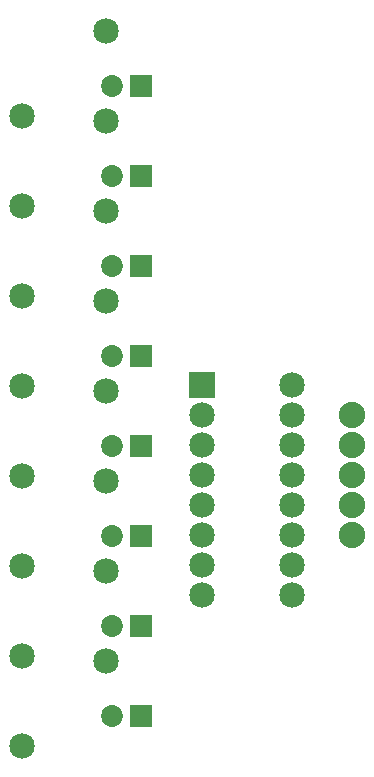
<source format=gbs>
G04 MADE WITH FRITZING*
G04 WWW.FRITZING.ORG*
G04 SINGLE SIDED*
G04 HOLES NOT PLATED*
G04 CONTOUR ON CENTER OF CONTOUR VECTOR*
%ASAXBY*%
%FSLAX23Y23*%
%MOIN*%
%OFA0B0*%
%SFA1.0B1.0*%
%ADD10C,0.072992*%
%ADD11C,0.085000*%
%ADD12C,0.088000*%
%ADD13R,0.072992X0.072992*%
%ADD14R,0.085000X0.085000*%
%LNMASK0*%
G90*
G70*
G54D10*
X511Y2416D03*
X413Y2416D03*
X511Y916D03*
X413Y916D03*
X511Y1216D03*
X413Y1216D03*
X511Y316D03*
X413Y316D03*
X511Y616D03*
X413Y616D03*
X511Y1516D03*
X413Y1516D03*
X511Y1816D03*
X413Y1816D03*
X511Y2116D03*
X413Y2116D03*
G54D11*
X715Y1417D03*
X1015Y1417D03*
X715Y1317D03*
X1015Y1317D03*
X715Y1217D03*
X1015Y1217D03*
X715Y1117D03*
X1015Y1117D03*
X715Y1017D03*
X1015Y1017D03*
X715Y917D03*
X1015Y917D03*
X715Y817D03*
X1015Y817D03*
X715Y717D03*
X1015Y717D03*
G54D12*
X1215Y917D03*
X1215Y1017D03*
X1215Y1117D03*
X1215Y1217D03*
X1215Y1317D03*
G54D11*
X113Y2316D03*
X395Y2599D03*
X113Y2016D03*
X395Y2299D03*
X113Y1716D03*
X395Y1999D03*
X113Y1416D03*
X395Y1699D03*
X113Y1116D03*
X395Y1399D03*
X113Y816D03*
X395Y1099D03*
X113Y516D03*
X395Y799D03*
X113Y216D03*
X395Y499D03*
G54D13*
X511Y2416D03*
X511Y916D03*
X511Y1216D03*
X511Y316D03*
X511Y616D03*
X511Y1516D03*
X511Y1816D03*
X511Y2116D03*
G54D14*
X715Y1417D03*
G04 End of Mask0*
M02*
</source>
